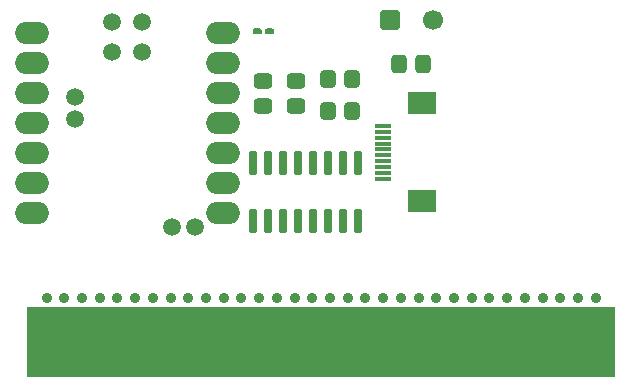
<source format=gbr>
%TF.GenerationSoftware,KiCad,Pcbnew,(6.0.11-0)*%
%TF.CreationDate,2023-06-25T12:17:34-05:00*%
%TF.ProjectId,TypePak,54797065-5061-46b2-9e6b-696361645f70,rev?*%
%TF.SameCoordinates,Original*%
%TF.FileFunction,Soldermask,Top*%
%TF.FilePolarity,Negative*%
%FSLAX46Y46*%
G04 Gerber Fmt 4.6, Leading zero omitted, Abs format (unit mm)*
G04 Created by KiCad (PCBNEW (6.0.11-0)) date 2023-06-25 12:17:34*
%MOMM*%
%LPD*%
G01*
G04 APERTURE LIST*
G04 Aperture macros list*
%AMRoundRect*
0 Rectangle with rounded corners*
0 $1 Rounding radius*
0 $2 $3 $4 $5 $6 $7 $8 $9 X,Y pos of 4 corners*
0 Add a 4 corners polygon primitive as box body*
4,1,4,$2,$3,$4,$5,$6,$7,$8,$9,$2,$3,0*
0 Add four circle primitives for the rounded corners*
1,1,$1+$1,$2,$3*
1,1,$1+$1,$4,$5*
1,1,$1+$1,$6,$7*
1,1,$1+$1,$8,$9*
0 Add four rect primitives between the rounded corners*
20,1,$1+$1,$2,$3,$4,$5,0*
20,1,$1+$1,$4,$5,$6,$7,0*
20,1,$1+$1,$6,$7,$8,$9,0*
20,1,$1+$1,$8,$9,$2,$3,0*%
G04 Aperture macros list end*
%ADD10RoundRect,0.300000X0.350000X0.450000X-0.350000X0.450000X-0.350000X-0.450000X0.350000X-0.450000X0*%
%ADD11C,0.900000*%
%ADD12RoundRect,0.300000X-0.350000X-0.450000X0.350000X-0.450000X0.350000X0.450000X-0.350000X0.450000X0*%
%ADD13RoundRect,0.300000X0.475000X-0.337500X0.475000X0.337500X-0.475000X0.337500X-0.475000X-0.337500X0*%
%ADD14RoundRect,0.300000X0.337500X0.475000X-0.337500X0.475000X-0.337500X-0.475000X0.337500X-0.475000X0*%
%ADD15RoundRect,0.200000X0.150000X-0.825000X0.150000X0.825000X-0.150000X0.825000X-0.150000X-0.825000X0*%
%ADD16RoundRect,0.050000X0.650000X-0.150000X0.650000X0.150000X-0.650000X0.150000X-0.650000X-0.150000X0*%
%ADD17RoundRect,0.050000X1.100000X-0.900000X1.100000X0.900000X-1.100000X0.900000X-1.100000X-0.900000X0*%
%ADD18O,2.850000X1.900000*%
%ADD19C,1.497000*%
%ADD20RoundRect,0.300000X-0.550000X-0.550000X0.550000X-0.550000X0.550000X0.550000X-0.550000X0.550000X0*%
%ADD21C,1.700000*%
G04 APERTURE END LIST*
%TO.C,J1*%
G36*
X173900000Y-115800000D02*
G01*
X173400000Y-116300000D01*
X172400000Y-116300000D01*
X172400000Y-111300000D01*
X173900000Y-111300000D01*
X173900000Y-115800000D01*
G37*
G36*
X141900000Y-116000000D02*
G01*
X140900000Y-116000000D01*
X140900000Y-111300000D01*
X141900000Y-111300000D01*
X141900000Y-116000000D01*
G37*
G36*
X146400000Y-116000000D02*
G01*
X145400000Y-116000000D01*
X145400000Y-111300000D01*
X146400000Y-111300000D01*
X146400000Y-116000000D01*
G37*
G36*
X159900000Y-116000000D02*
G01*
X158900000Y-116000000D01*
X158900000Y-111300000D01*
X159900000Y-111300000D01*
X159900000Y-116000000D01*
G37*
G36*
X171900000Y-116000000D02*
G01*
X170900000Y-116000000D01*
X170900000Y-111300000D01*
X171900000Y-111300000D01*
X171900000Y-116000000D01*
G37*
G36*
X135900000Y-116000000D02*
G01*
X134900000Y-116000000D01*
X134900000Y-111300000D01*
X135900000Y-111300000D01*
X135900000Y-116000000D01*
G37*
G36*
X156900000Y-116000000D02*
G01*
X155900000Y-116000000D01*
X155900000Y-111300000D01*
X156900000Y-111300000D01*
X156900000Y-116000000D01*
G37*
G36*
X167400000Y-116000000D02*
G01*
X166400000Y-116000000D01*
X166400000Y-111300000D01*
X167400000Y-111300000D01*
X167400000Y-116000000D01*
G37*
G36*
X137400000Y-116000000D02*
G01*
X136400000Y-116000000D01*
X136400000Y-111300000D01*
X137400000Y-111300000D01*
X137400000Y-116000000D01*
G37*
G36*
X152400000Y-116000000D02*
G01*
X151400000Y-116000000D01*
X151400000Y-111300000D01*
X152400000Y-111300000D01*
X152400000Y-116000000D01*
G37*
G36*
X174550000Y-117250000D02*
G01*
X124750000Y-117250000D01*
X124750000Y-111300000D01*
X174550000Y-111300000D01*
X174550000Y-117250000D01*
G37*
G36*
X162900000Y-116000000D02*
G01*
X161900000Y-116000000D01*
X161900000Y-111300000D01*
X162900000Y-111300000D01*
X162900000Y-116000000D01*
G37*
G36*
X161400000Y-116000000D02*
G01*
X160400000Y-116000000D01*
X160400000Y-111300000D01*
X161400000Y-111300000D01*
X161400000Y-116000000D01*
G37*
G36*
X143400000Y-116000000D02*
G01*
X142400000Y-116000000D01*
X142400000Y-111300000D01*
X143400000Y-111300000D01*
X143400000Y-116000000D01*
G37*
G36*
X168900000Y-116000000D02*
G01*
X167900000Y-116000000D01*
X167900000Y-111300000D01*
X168900000Y-111300000D01*
X168900000Y-116000000D01*
G37*
G36*
X131400000Y-116000000D02*
G01*
X130400000Y-116000000D01*
X130400000Y-111300000D01*
X131400000Y-111300000D01*
X131400000Y-116000000D01*
G37*
G36*
X155400000Y-116000000D02*
G01*
X154400000Y-116000000D01*
X154400000Y-111300000D01*
X155400000Y-111300000D01*
X155400000Y-116000000D01*
G37*
G36*
X149400000Y-116000000D02*
G01*
X148400000Y-116000000D01*
X148400000Y-111300000D01*
X149400000Y-111300000D01*
X149400000Y-116000000D01*
G37*
G36*
X164400000Y-116000000D02*
G01*
X163400000Y-116000000D01*
X163400000Y-111300000D01*
X164400000Y-111300000D01*
X164400000Y-116000000D01*
G37*
G36*
X128400000Y-116000000D02*
G01*
X127400000Y-116000000D01*
X127400000Y-111300000D01*
X128400000Y-111300000D01*
X128400000Y-116000000D01*
G37*
G36*
X150900000Y-116000000D02*
G01*
X149900000Y-116000000D01*
X149900000Y-111300000D01*
X150900000Y-111300000D01*
X150900000Y-116000000D01*
G37*
G36*
X132900000Y-116000000D02*
G01*
X131900000Y-116000000D01*
X131900000Y-111300000D01*
X132900000Y-111300000D01*
X132900000Y-116000000D01*
G37*
G36*
X126900000Y-116300000D02*
G01*
X125900000Y-116300000D01*
X125400000Y-115800000D01*
X125400000Y-111300000D01*
X126900000Y-111300000D01*
X126900000Y-116300000D01*
G37*
G36*
X138900000Y-116000000D02*
G01*
X137900000Y-116000000D01*
X137900000Y-111300000D01*
X138900000Y-111300000D01*
X138900000Y-116000000D01*
G37*
G36*
X170400000Y-116000000D02*
G01*
X169400000Y-116000000D01*
X169400000Y-111300000D01*
X170400000Y-111300000D01*
X170400000Y-116000000D01*
G37*
G36*
X134400000Y-116000000D02*
G01*
X133400000Y-116000000D01*
X133400000Y-111300000D01*
X134400000Y-111300000D01*
X134400000Y-116000000D01*
G37*
G36*
X158400000Y-116000000D02*
G01*
X157400000Y-116000000D01*
X157400000Y-111300000D01*
X158400000Y-111300000D01*
X158400000Y-116000000D01*
G37*
G36*
X140400000Y-116000000D02*
G01*
X139400000Y-116000000D01*
X139400000Y-111300000D01*
X140400000Y-111300000D01*
X140400000Y-116000000D01*
G37*
G36*
X129900000Y-116000000D02*
G01*
X128900000Y-116000000D01*
X128900000Y-111300000D01*
X129900000Y-111300000D01*
X129900000Y-116000000D01*
G37*
G36*
X144900000Y-116000000D02*
G01*
X143900000Y-116000000D01*
X143900000Y-111300000D01*
X144900000Y-111300000D01*
X144900000Y-116000000D01*
G37*
G36*
X153900000Y-116000000D02*
G01*
X152900000Y-116000000D01*
X152900000Y-111300000D01*
X153900000Y-111300000D01*
X153900000Y-116000000D01*
G37*
G36*
X165900000Y-116000000D02*
G01*
X164900000Y-116000000D01*
X164900000Y-111300000D01*
X165900000Y-111300000D01*
X165900000Y-116000000D01*
G37*
G36*
X147900000Y-116000000D02*
G01*
X146900000Y-116000000D01*
X146900000Y-111300000D01*
X147900000Y-111300000D01*
X147900000Y-116000000D01*
G37*
%TD*%
D10*
%TO.C,FB1*%
X152250000Y-94750000D03*
X150250000Y-94750000D03*
%TD*%
D11*
%TO.C,J1*%
X126400000Y-110600000D03*
X127900000Y-110600000D03*
X129400000Y-110600000D03*
X130900000Y-110600000D03*
X132400000Y-110600000D03*
X133900000Y-110600000D03*
X135400000Y-110600000D03*
X136900000Y-110600000D03*
X138400000Y-110600000D03*
X139900000Y-110600000D03*
X141400000Y-110600000D03*
X142900000Y-110600000D03*
X144400000Y-110600000D03*
X145900000Y-110600000D03*
X147400000Y-110600000D03*
X148900000Y-110600000D03*
X150400000Y-110600000D03*
X151900000Y-110600000D03*
X153400000Y-110600000D03*
X154900000Y-110600000D03*
X156400000Y-110600000D03*
X157900000Y-110600000D03*
X159400000Y-110600000D03*
X160900000Y-110600000D03*
X162400000Y-110600000D03*
X163900000Y-110600000D03*
X165400000Y-110600000D03*
X166900000Y-110600000D03*
X168400000Y-110600000D03*
X169900000Y-110600000D03*
X171400000Y-110600000D03*
X172900000Y-110600000D03*
%TD*%
D12*
%TO.C,FB2*%
X150250000Y-92000000D03*
X152250000Y-92000000D03*
%TD*%
D13*
%TO.C,C1*%
X144750000Y-94287500D03*
X144750000Y-92212500D03*
%TD*%
D14*
%TO.C,C3*%
X158287500Y-90750000D03*
X156212500Y-90750000D03*
%TD*%
D15*
%TO.C,U2*%
X143855000Y-104075000D03*
X145125000Y-104075000D03*
X146395000Y-104075000D03*
X147665000Y-104075000D03*
X148935000Y-104075000D03*
X150205000Y-104075000D03*
X151475000Y-104075000D03*
X152745000Y-104075000D03*
X152745000Y-99125000D03*
X151475000Y-99125000D03*
X150205000Y-99125000D03*
X148935000Y-99125000D03*
X147665000Y-99125000D03*
X146395000Y-99125000D03*
X145125000Y-99125000D03*
X143855000Y-99125000D03*
%TD*%
D13*
%TO.C,C2*%
X147500000Y-94287500D03*
X147500000Y-92212500D03*
%TD*%
D16*
%TO.C,J3*%
X154900000Y-96000000D03*
X154900000Y-96500000D03*
X154900000Y-97000000D03*
X154900000Y-97500000D03*
X154900000Y-98000000D03*
X154900000Y-98500000D03*
X154900000Y-99000000D03*
X154900000Y-99500000D03*
X154900000Y-100000000D03*
X154900000Y-100500000D03*
D17*
X158150000Y-94100000D03*
X158150000Y-102400000D03*
%TD*%
D18*
%TO.C,U1*%
X125155000Y-88130000D03*
X125155000Y-90670000D03*
X125155000Y-93210000D03*
X125155000Y-95750000D03*
X125155000Y-98290000D03*
X125155000Y-100830000D03*
X125155000Y-103370000D03*
X141345000Y-103370000D03*
X141345000Y-100830000D03*
X141345000Y-98290000D03*
X141345000Y-95750000D03*
X141345000Y-93210000D03*
X141345000Y-90670000D03*
X141345000Y-88130000D03*
D19*
X131980000Y-87178000D03*
X134520000Y-87178000D03*
X131980000Y-89718000D03*
X134520000Y-89718000D03*
X128805000Y-95433000D03*
X128805000Y-93528000D03*
X137052408Y-104551408D03*
X138957408Y-104551408D03*
%TD*%
D20*
%TO.C,J2*%
X155500000Y-87000000D03*
D21*
X159100000Y-87000000D03*
%TD*%
G36*
X145592121Y-87770002D02*
G01*
X145638614Y-87823658D01*
X145650000Y-87876000D01*
X145650000Y-88124000D01*
X145629998Y-88192121D01*
X145576342Y-88238614D01*
X145524000Y-88250000D01*
X145026000Y-88250000D01*
X144957879Y-88229998D01*
X144911386Y-88176342D01*
X144900000Y-88124000D01*
X144900000Y-87876000D01*
X144920002Y-87807879D01*
X144973658Y-87761386D01*
X145026000Y-87750000D01*
X145524000Y-87750000D01*
X145592121Y-87770002D01*
G37*
G36*
X144542121Y-87770002D02*
G01*
X144588614Y-87823658D01*
X144600000Y-87876000D01*
X144600000Y-88124000D01*
X144579998Y-88192121D01*
X144526342Y-88238614D01*
X144474000Y-88250000D01*
X143976000Y-88250000D01*
X143907879Y-88229998D01*
X143861386Y-88176342D01*
X143850000Y-88124000D01*
X143850000Y-87876000D01*
X143870002Y-87807879D01*
X143923658Y-87761386D01*
X143976000Y-87750000D01*
X144474000Y-87750000D01*
X144542121Y-87770002D01*
G37*
M02*

</source>
